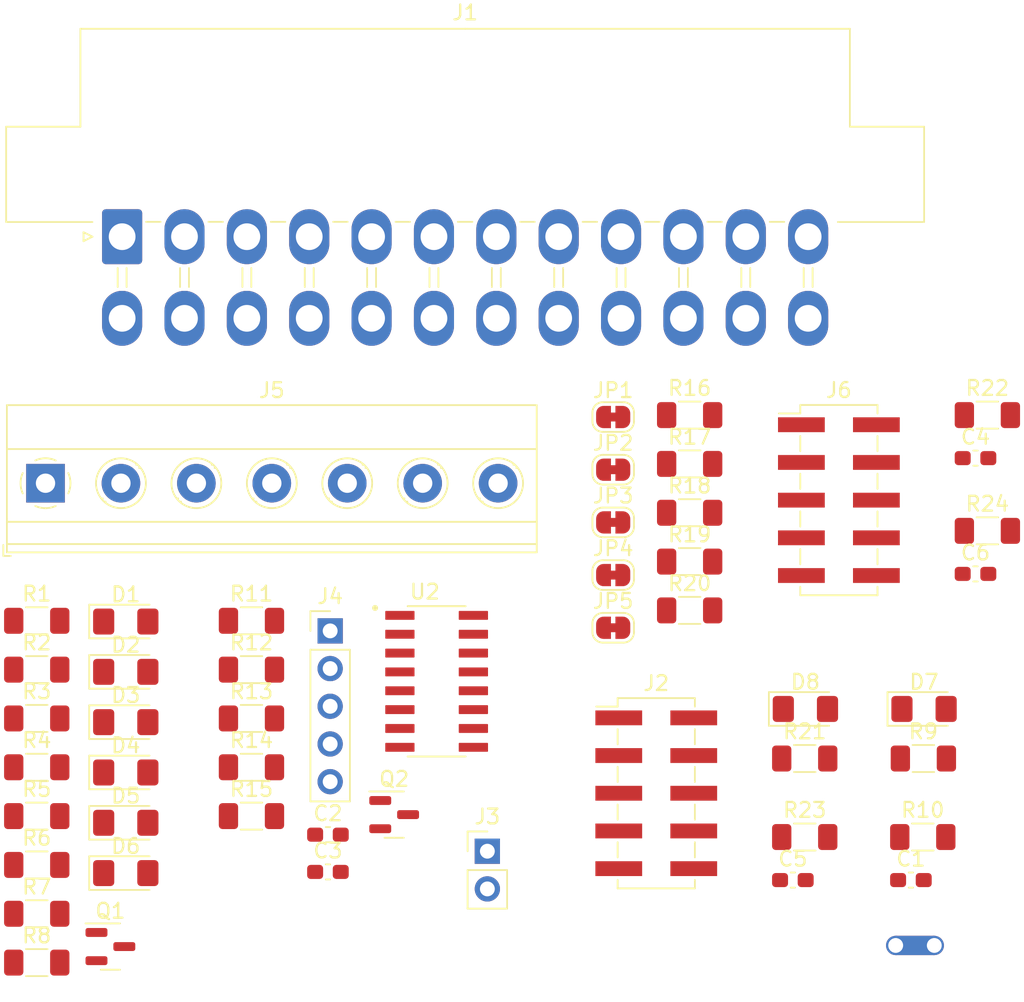
<source format=kicad_pcb>
(kicad_pcb (version 20221018) (generator pcbnew)
  (layers (0 "F.Cu" signal) (31 "B.Cu" signal) (34 "B.Paste" user) (35 "F.Paste" user) (36 "B.SilkS" user "B.Silkscreen") (37 "F.SilkS" user "F.Silkscreen") (38 "B.Mask" user) (39 "F.Mask" user) (44 "Edge.Cuts" user))
  (net 0 "")
  (net 1 "/Controller/SW_PWR")
  (net 2 "GND")
  (net 3 "+5VA")
  (net 4 "/Controller/SW_RESTART#")
  (net 5 "/Controller/SW_AUX")
  (net 6 "/Controller/SW_RUN{slash}HALT#")
  (net 7 "Net-(D1-K)")
  (net 8 "Net-(D1-A)")
  (net 9 "Net-(D2-A)")
  (net 10 "Net-(D3-K)")
  (net 11 "Net-(D4-A)")
  (net 12 "Net-(D5-A)")
  (net 13 "Net-(D6-A)")
  (net 14 "Net-(D7-A)")
  (net 15 "Net-(D8-A)")
  (net 16 "/+3V3")
  (net 17 "/+5V")
  (net 18 "/PWR_OK")
  (net 19 "/+5VSB")
  (net 20 "/+12V")
  (net 21 "/-12V")
  (net 22 "/PS_ON#")
  (net 24 "/BPOK_H")
  (net 25 "/BEVNT_L")
  (net 26 "/SRUN_L")
  (net 31 "/BHALT_L")
  (net 32 "/BDCOK_H")
  (net 34 "/Controller/D0{slash}RX_IN")
  (net 35 "/Controller/D1{slash}TX_OUT")
  (net 41 "Net-(JP1-A)")
  (net 42 "Net-(JP2-A)")
  (net 43 "Net-(JP3-A)")
  (net 44 "Net-(JP4-A)")
  (net 45 "Net-(JP5-A)")
  (net 46 "Net-(Q1-G)")
  (net 47 "Net-(Q2-G)")
  (net 48 "/Controller/ANN_PWR_OK")
  (net 49 "Net-(SW1-B)")
  (net 50 "/Controller/60HZ{slash}50HZ#")
  (net 51 "Net-(U1-D7)")
  (net 52 "/Controller/SRUN_L_IN")
  (net 53 "/Controller/ATX_PS_ON#_DRIVE_L")
  (net 54 "/Controller/ANN_SRUN")
  (net 55 "Net-(SW2-B)")
  (net 56 "Net-(SW3-B)")
  (net 57 "Net-(SW4-B)")
  (net 58 "/Controller/BEVNT_L_IN")
  (net 59 "/Controller/BEVNT_L_DRIVE_L")
  (net 60 "/Controller/BDCOK_H_DRIVE_L")
  (net 61 "/Controller/BDCOK_H_IN")
  (net 62 "/Controller/BHALT_L_IN")
  (net 63 "/Controller/BHALT_L_DRIVE_L")
  (net 64 "/Controller/XCVR_EN#")
  (net 65 "/Controller/BPOK_H_DRIVE_L")
  (net 66 "/Controller/BPOK_H_IN")
  (footprint "LED_SMD:LED_1206_3216Metric_Pad1.42x1.75mm_HandSolder" (layer "F.Cu") (at 189.429 103.318)
    (fp_text reference "D7" (at 0 -1.82) (layer "F.SilkS"))
    (fp_text value "LED")
    (pad "1" smd roundrect (at -1.4875 0) (size 1.425 1.75) (layers "F.Cu" "F.Paste" "F.Mask") (roundrect_rratio 0.175439) (net 2 "GND"))
    (pad "2" smd roundrect (at 1.4875 0) (size 1.425 1.75) (layers "F.Cu" "F.Paste" "F.Mask") (roundrect_rratio 0.175439) (net 14 "Net-(D7-A)"))
  )
  (footprint "LED_SMD:LED_1206_3216Metric_Pad1.42x1.75mm_HandSolder" (layer "F.Cu") (at 135.669 107.598)
    (fp_text reference "D4" (at 0 -1.82) (layer "F.SilkS"))
    (fp_text value "LED")
    (pad "1" smd roundrect (at -1.4875 0) (size 1.425 1.75) (layers "F.Cu" "F.Paste" "F.Mask") (roundrect_rratio 0.175439) (net 2 "GND"))
    (pad "2" smd roundrect (at 1.4875 0) (size 1.425 1.75) (layers "F.Cu" "F.Paste" "F.Mask") (roundrect_rratio 0.175439) (net 11 "Net-(D4-A)"))
  )
  (footprint "Jumper:SolderJumper-2_P1.3mm_Bridged_RoundedPad1.0x1.5mm" (layer "F.Cu") (at 168.494 94.298)
    (fp_text reference "JP4" (at 0 -1.8) (layer "F.SilkS"))
    (fp_text value "SolderJumper_2_Bridged")
    (fp_poly (pts (xy 0.25 -0.3) (xy -0.25 -0.3) (xy -0.25 0.3) (xy 0.25 0.3)) (fill solid) (layer "F.Cu"))
    (pad "1" smd custom (at -0.65 0) (size 1 0.5) (layers "F.Cu" "F.Mask") (net 44 "Net-(JP4-A)") (options (clearance outline) (anchor rect)) (primitives (gr_circle (center 0 0.25) (end 0.5 0.25) (width 0) (fill yes)) (gr_circle (center 0 -0.25) (end 0.5 -0.25) (width 0) (fill yes)) (gr_poly (pts (xy 0.5 0.75) (xy 0 0.75) (xy 0 -0.75) (xy 0.5 -0.75)) (width 0) (fill yes))))
    (pad "2" smd custom (at 0.65 0) (size 1 0.5) (layers "F.Cu" "F.Mask") (net 25 "/BEVNT_L") (options (clearance outline) (anchor rect)) (primitives (gr_circle (center 0 0.25) (end 0.5 0.25) (width 0) (fill yes)) (gr_circle (center 0 -0.25) (end 0.5 -0.25) (width 0) (fill yes)) (gr_poly (pts (xy 0 0.75) (xy -0.5 0.75) (xy -0.5 -0.75) (xy 0 -0.75)) (width 0) (fill yes))))
  )
  (footprint "Resistor_SMD:R_1206_3216Metric_Pad1.30x1.75mm_HandSolder" (layer "F.Cu") (at 144.134 100.668)
    (fp_text reference "R12" (at 0 -1.82) (layer "F.SilkS"))
    (fp_text value "22")
    (pad "1" smd roundrect (at -1.55 0) (size 1.3 1.75) (layers "F.Cu" "F.Paste" "F.Mask") (roundrect_rratio 0.192308) (net 18 "/PWR_OK"))
    (pad "2" smd roundrect (at 1.55 0) (size 1.3 1.75) (layers "F.Cu" "F.Paste" "F.Mask") (roundrect_rratio 0.192308) (net 51 "Net-(U1-D7)"))
  )
  (footprint "Resistor_SMD:R_1206_3216Metric_Pad1.30x1.75mm_HandSolder" (layer "F.Cu") (at 173.644 83.518)
    (fp_text reference "R16" (at 0 -1.82) (layer "F.SilkS"))
    (fp_text value "2K")
    (pad "1" smd roundrect (at -1.55 0) (size 1.3 1.75) (layers "F.Cu" "F.Paste" "F.Mask") (roundrect_rratio 0.192308) (net 41 "Net-(JP1-A)"))
    (pad "2" smd roundrect (at 1.55 0) (size 1.3 1.75) (layers "F.Cu" "F.Paste" "F.Mask") (roundrect_rratio 0.192308) (net 3 "+5VA"))
  )
  (footprint "Resistor_SMD:R_1206_3216Metric_Pad1.30x1.75mm_HandSolder" (layer "F.Cu") (at 144.134 107.248)
    (fp_text reference "R14" (at 0 -1.82) (layer "F.SilkS"))
    (fp_text value "22")
    (pad "1" smd roundrect (at -1.55 0) (size 1.3 1.75) (layers "F.Cu" "F.Paste" "F.Mask") (roundrect_rratio 0.192308) (net 53 "/Controller/ATX_PS_ON#_DRIVE_L"))
    (pad "2" smd roundrect (at 1.55 0) (size 1.3 1.75) (layers "F.Cu" "F.Paste" "F.Mask") (roundrect_rratio 0.192308) (net 47 "Net-(Q2-G)"))
  )
  (footprint "Resistor_SMD:R_1206_3216Metric_Pad1.30x1.75mm_HandSolder" (layer "F.Cu") (at 129.674 100.668)
    (fp_text reference "R2" (at 0 -1.82) (layer "F.SilkS"))
    (fp_text value "100K")
    (pad "1" smd roundrect (at -1.55 0) (size 1.3 1.75) (layers "F.Cu" "F.Paste" "F.Mask") (roundrect_rratio 0.192308) (net 46 "Net-(Q1-G)"))
    (pad "2" smd roundrect (at 1.55 0) (size 1.3 1.75) (layers "F.Cu" "F.Paste" "F.Mask") (roundrect_rratio 0.192308) (net 2 "GND"))
  )
  (footprint "Resistor_SMD:R_1206_3216Metric_Pad1.30x1.75mm_HandSolder" (layer "F.Cu") (at 144.134 97.378)
    (fp_text reference "R11" (at 0 -1.82) (layer "F.SilkS"))
    (fp_text value "10K")
    (pad "1" smd roundrect (at -1.55 0) (size 1.3 1.75) (layers "F.Cu" "F.Paste" "F.Mask") (roundrect_rratio 0.192308) (net 3 "+5VA"))
    (pad "2" smd roundrect (at 1.55 0) (size 1.3 1.75) (layers "F.Cu" "F.Paste" "F.Mask") (roundrect_rratio 0.192308) (net 50 "/Controller/60HZ{slash}50HZ#"))
  )
  (footprint "ch:SOIC127P600X175-16N" (layer "F.Cu") (at 156.604 101.458)
    (fp_text reference "U2" (at -0.795 -6.035) (layer "F.SilkS"))
    (fp_text value "AM26S10CDRG4")
    (pad "1" smd roundrect (at -2.475 -4.445) (size 1.97 0.6) (layers "F.Cu" "F.Paste" "F.Mask") (roundrect_rratio 0.07) (net 2 "GND"))
    (pad "2" smd roundrect (at -2.475 -3.175) (size 1.97 0.6) (layers "F.Cu" "F.Paste" "F.Mask") (roundrect_rratio 0.07) (net 25 "/BEVNT_L"))
    (pad "3" smd roundrect (at -2.475 -1.905) (size 1.97 0.6) (layers "F.Cu" "F.Paste" "F.Mask") (roundrect_rratio 0.07) (net 58 "/Controller/BEVNT_L_IN"))
    (pad "4" smd roundrect (at -2.475 -0.635) (size 1.97 0.6) (layers "F.Cu" "F.Paste" "F.Mask") (roundrect_rratio 0.07) (net 59 "/Controller/BEVNT_L_DRIVE_L"))
    (pad "5" smd roundrect (at -2.475 0.635) (size 1.97 0.6) (layers "F.Cu" "F.Paste" "F.Mask") (roundrect_rratio 0.07) (net 60 "/Controller/BDCOK_H_DRIVE_L"))
    (pad "6" smd roundrect (at -2.475 1.905) (size 1.97 0.6) (layers "F.Cu" "F.Paste" "F.Mask") (roundrect_rratio 0.07) (net 61 "/Controller/BDCOK_H_IN"))
    (pad "7" smd roundrect (at -2.475 3.175) (size 1.97 0.6) (layers "F.Cu" "F.Paste" "F.Mask") (roundrect_rratio 0.07) (net 32 "/BDCOK_H"))
    (pad "8" smd roundrect (at -2.475 4.445) (size 1.97 0.6) (layers "F.Cu" "F.Paste" "F.Mask") (roundrect_rratio 0.07) (net 2 "GND"))
    (pad "9" smd roundrect (at 2.475 4.445) (size 1.97 0.6) (layers "F.Cu" "F.Paste" "F.Mask") (roundrect_rratio 0.07) (net 31 "/BHALT_L"))
    (pad "10" smd roundrect (at 2.475 3.175) (size 1.97 0.6) (layers "F.Cu" "F.Paste" "F.Mask") (roundrect_rratio 0.07) (net 62 "/Controller/BHALT_L_IN"))
    (pad "11" smd roundrect (at 2.475 1.905) (size 1.97 0.6) (layers "F.Cu" "F.Paste" "F.Mask") (roundrect_rratio 0.07) (net 63 "/Controller/BHALT_L_DRIVE_L"))
    (pad "12" smd roundrect (at 2.475 0.635) (size 1.97 0.6) (layers "F.Cu" "F.Paste" "F.Mask") (roundrect_rratio 0.07) (net 64 "/Controller/XCVR_EN#"))
    (pad "13" smd roundrect (at 2.475 -0.635) (size 1.97 0.6) (layers "F.Cu" "F.Paste" "F.Mask") (roundrect_rratio 0.07) (net 65 "/Controller/BPOK_H_DRIVE_L"))
    (pad "14" smd roundrect (at 2.475 -1.905) (size 1.97 0.6) (layers "F.Cu" "F.Paste" "F.Mask") (roundrect_rratio 0.07) (net 66 "/Controller/BPOK_H_IN"))
    (pad "15" smd roundrect (at 2.475 -3.175) (size 1.97 0.6) (layers "F.Cu" "F.Paste" "F.Mask") (roundrect_rratio 0.07) (net 24 "/BPOK_H"))
    (pad "16" smd roundrect (at 2.475 -4.445) (size 1.97 0.6) (layers "F.Cu" "F.Paste" "F.Mask") (roundrect_rratio 0.07) (net 3 "+5VA"))
  )
  (footprint "LED_SMD:LED_1206_3216Metric_Pad1.42x1.75mm_HandSolder" (layer "F.Cu") (at 135.669 114.378)
    (fp_text reference "D6" (at 0 -1.82) (layer "F.SilkS"))
    (fp_text value "LED")
    (pad "1" smd roundrect (at -1.4875 0) (size 1.425 1.75) (layers "F.Cu" "F.Paste" "F.Mask") (roundrect_rratio 0.175439) (net 2 "GND"))
    (pad "2" smd roundrect (at 1.4875 0) (size 1.425 1.75) (layers "F.Cu" "F.Paste" "F.Mask") (roundrect_rratio 0.175439) (net 13 "Net-(D6-A)"))
  )
  (footprint "Resistor_SMD:R_1206_3216Metric_Pad1.30x1.75mm_HandSolder" (layer "F.Cu") (at 129.674 120.408)
    (fp_text reference "R8" (at 0 -1.82) (layer "F.SilkS"))
    (fp_text value "R")
    (pad "1" smd roundrect (at -1.55 0) (size 1.3 1.75) (layers "F.Cu" "F.Paste" "F.Mask") (roundrect_rratio 0.192308) (net 17 "/+5V"))
    (pad "2" smd roundrect (at 1.55 0) (size 1.3 1.75) (layers "F.Cu" "F.Paste" "F.Mask") (roundrect_rratio 0.192308) (net 13 "Net-(D6-A)"))
  )
  (footprint "Jumper:SolderJumper-2_P1.3mm_Bridged_RoundedPad1.0x1.5mm" (layer "F.Cu") (at 168.494 90.748)
    (fp_text reference "JP3" (at 0 -1.8) (layer "F.SilkS"))
    (fp_text value "SolderJumper_2_Bridged")
    (fp_poly (pts (xy 0.25 -0.3) (xy -0.25 -0.3) (xy -0.25 0.3) (xy 0.25 0.3)) (fill solid) (layer "F.Cu"))
    (pad "1" smd custom (at -0.65 0) (size 1 0.5) (layers "F.Cu" "F.Mask") (net 43 "Net-(JP3-A)") (options (clearance outline) (anchor rect)) (primitives (gr_circle (center 0 0.25) (end 0.5 0.25) (width 0) (fill yes)) (gr_circle (center 0 -0.25) (end 0.5 -0.25) (width 0) (fill yes)) (gr_poly (pts (xy 0.5 0.75) (xy 0 0.75) (xy 0 -0.75) (xy 0.5 -0.75)) (width 0) (fill yes))))
    (pad "2" smd custom (at 0.65 0) (size 1 0.5) (layers "F.Cu" "F.Mask") (net 32 "/BDCOK_H") (options (clearance outline) (anchor rect)) (primitives (gr_circle (center 0 0.25) (end 0.5 0.25) (width 0) (fill yes)) (gr_circle (center 0 -0.25) (end 0.5 -0.25) (width 0) (fill yes)) (gr_poly (pts (xy 0 0.75) (xy -0.5 0.75) (xy -0.5 -0.75) (xy 0 -0.75)) (width 0) (fill yes))))
  )
  (footprint "Resistor_SMD:R_1206_3216Metric_Pad1.30x1.75mm_HandSolder" (layer "F.Cu") (at 181.394 111.948)
    (fp_text reference "R23" (at 0 -1.82) (layer "F.SilkS"))
    (fp_text value "10K")
    (pad "1" smd roundrect (at -1.55 0) (size 1.3 1.75) (layers "F.Cu" "F.Paste" "F.Mask") (roundrect_rratio 0.192308) (net 56 "Net-(SW3-B)"))
    (pad "2" smd roundrect (at 1.55 0) (size 1.3 1.75) (layers "F.Cu" "F.Paste" "F.Mask") (roundrect_rratio 0.192308) (net 5 "/Controller/SW_AUX"))
  )
  (footprint "Resistor_SMD:R_1206_3216Metric_Pad1.30x1.75mm_HandSolder" (layer "F.Cu") (at 173.644 86.808)
    (fp_text reference "R17" (at 0 -1.82) (layer "F.SilkS"))
    (fp_text value "2K")
    (pad "1" smd roundrect (at -1.55 0) (size 1.3 1.75) (layers "F.Cu" "F.Paste" "F.Mask") (roundrect_rratio 0.192308) (net 42 "Net-(JP2-A)"))
    (pad "2" smd roundrect (at 1.55 0) (size 1.3 1.75) (layers "F.Cu" "F.Paste" "F.Mask") (roundrect_rratio 0.192308) (net 3 "+5VA"))
  )
  (footprint "TerminalBlock_Phoenix:TerminalBlock_Phoenix_MKDS-1,5-7-5.08_1x07_P5.08mm_Horizontal" (layer "F.Cu") (at 130.264 88.108)
    (fp_text reference "J5" (at 15.24 -6.26) (layer "F.SilkS"))
    (fp_text value "Screw_Terminal_01x07")
    (pad "1" thru_hole rect (at 0 0) (size 2.6 2.6) (drill 1.3) (layers "*.Cu" "*.Mask") (net 17 "/+5V"))
    (pad "2" thru_hole circle (at 5.08 0) (size 2.6 2.6) (drill 1.3) (layers "*.Cu" "*.Mask") (net 17 "/+5V"))
    (pad "3" thru_hole circle (at 10.16 0) (size 2.6 2.6) (drill 1.3) (layers "*.Cu" "*.Mask") (net 20 "/+12V"))
    (pad "4" thru_hole circle (at 15.24 0) (size 2.6 2.6) (drill 1.3) (layers "*.Cu" "*.Mask") (net 20 "/+12V"))
    (pad "5" thru_hole circle (at 20.32 0) (size 2.6 2.6) (drill 1.3) (layers "*.Cu" "*.Mask") (net 21 "/-12V"))
    (pad "6" thru_hole circle (at 25.4 0) (size 2.6 2.6) (drill 1.3) (layers "*.Cu" "*.Mask") (net 2 "GND"))
    (pad "7" thru_hole circle (at 30.48 0) (size 2.6 2.6) (drill 1.3) (layers "*.Cu" "*.Mask") (net 2 "GND"))
  )
  (footprint "Connector_PinHeader_2.54mm:PinHeader_2x05_P2.54mm_Vertical_SMD" (layer "F.Cu") (at 183.694 89.248)
    (fp_text reference "J6" (at 0 -7.41) (layer "F.SilkS"))
    (fp_text value "Conn_02x05_Odd_Even")
    (pad "1" smd rect (at -2.525 -5.08) (size 3.15 1) (layers "F.Cu" "F.Paste" "F.Mask") (net 24 "/BPOK_H"))
    (pad "2" smd rect (at 2.525 -5.08) (size 3.15 1) (layers "F.Cu" "F.Paste" "F.Mask") (net 25 "/BEVNT_L"))
    (pad "3" smd rect (at -2.525 -2.54) (size 3.15 1) (layers "F.Cu" "F.Paste" "F.Mask") (net 26 "/SRUN_L"))
    (pad "4" smd rect (at 2.525 -2.54) (size 3.15 1) (layers "F.Cu" "F.Paste" "F.Mask"))
    (pad "5" smd rect (at -2.525 0) (size 3.15 1) (layers "F.Cu" "F.Paste" "F.Mask") (net 2 "GND"))
    (pad "6" smd rect (at 2.525 0) (size 3.15 1) (layers "F.Cu" "F.Paste" "F.Mask"))
    (pad "7" smd rect (at -2.525 2.54) (size 3.15 1) (layers "F.Cu" "F.Paste" "F.Mask"))
    (pad "8" smd rect (at 2.525 2.54) (size 3.15 1) (layers "F.Cu" "F.Paste" "F.Mask"))
    (pad "9" smd rect (at -2.525 5.08) (size 3.15 1) (layers "F.Cu" "F.Paste" "F.Mask") (net 31 "/BHALT_L"))
    (pad "10" smd rect (at 2.525 5.08) (size 3.15 1) (layers "F.Cu" "F.Paste" "F.Mask") (net 32 "/BDCOK_H"))
  )
  (footprint "Package_TO_SOT_SMD:SOT-23" (layer "F.Cu") (at 153.744 110.438)
    (fp_text reference "Q2" (at 0 -2.4) (layer "F.SilkS"))
    (fp_text value "2N7002")
    (pad "1" smd roundrect (at -0.9375 -0.95) (size 1.475 0.6) (layers "F.Cu" "F.Paste" "F.Mask") (net 47 "Net-(Q2-G)"))
    (pad "2" smd roundrect (at -0.9375 0.95) (size 1.475 0.6) (layers "F.Cu" "F.Paste" "F.Mask") (net 2 "GND"))
    (pad "3" smd roundrect (at 0.9375 0) (size 1.475 0.6) (layers "F.Cu" "F.Paste" "F.Mask") (net 22 "/PS_ON#"))
  )
  (footprint "Capacitor_SMD:C_0603_1608Metric_Pad1.08x0.95mm_HandSolder" (layer "F.Cu") (at 192.894 86.418)
    (fp_text reference "C4" (at 0 -1.43) (layer "F.SilkS"))
    (fp_text value "1u")
    (pad "1" smd roundrect (at -0.8625 0) (size 1.075 0.95) (layers "F.Cu" "F.Paste" "F.Mask") (net 4 "/Controller/SW_RESTART#"))
    (pad "2" smd roundrect (at 0.8625 0) (size 1.075 0.95) (layers "F.Cu" "F.Paste" "F.Mask") (net 2 "GND"))
  )
  (footprint "LED_SMD:LED_1206_3216Metric_Pad1.42x1.75mm_HandSolder" (layer "F.Cu") (at 181.439 103.318)
    (fp_text reference "D8" (at 0 -1.82) (layer "F.SilkS"))
    (fp_text value "LED")
    (pad "1" smd roundrect (at -1.4875 0) (size 1.425 1.75) (layers "F.Cu" "F.Paste" "F.Mask") (roundrect_rratio 0.175439) (net 2 "GND"))
    (pad "2" smd roundrect (at 1.4875 0) (size 1.425 1.75) (layers "F.Cu" "F.Paste" "F.Mask") (roundrect_rratio 0.175439) (net 15 "Net-(D8-A)"))
  )
  (footprint "Capacitor_SMD:C_0603_1608Metric_Pad1.08x0.95mm_HandSolder" (layer "F.Cu") (at 188.544 114.848)
    (fp_text reference "C1" (at 0 -1.43) (layer "F.SilkS"))
    (fp_text value "1u")
    (pad "1" smd roundrect (at -0.8625 0) (size 1.075 0.95) (layers "F.Cu" "F.Paste" "F.Mask") (net 1 "/Controller/SW_PWR"))
    (pad "2" smd roundrect (at 0.8625 0) (size 1.075 0.95) (layers "F.Cu" "F.Paste" "F.Mask") (net 2 "GND"))
  )
  (footprint "Connector_PinHeader_2.54mm:PinHeader_1x02_P2.54mm_Vertical" (layer "F.Cu") (at 160.02 112.903)
    (fp_text reference "J3" (at 0 -2.33) (layer "F.SilkS"))
    (fp_text value "Conn_01x02")
    (pad "1" thru_hole rect (at 0 0) (size 1.7 1.7) (drill 1) (layers "*.Cu" "*.Mask") (net 2 "GND"))
    (pad "2" thru_hole oval (at 0 2.54) (size 1.7 1.7) (drill 1) (layers "*.Cu" "*.Mask") (net 50 "/Controller/60HZ{slash}50HZ#"))
  )
  (footprint "Capacitor_SMD:C_0603_1608Metric_Pad1.08x0.95mm_HandSolder" (layer "F.Cu") (at 149.284 111.788)
    (fp_text reference "C2" (at 0 -1.43) (layer "F.SilkS"))
    (fp_text value "0.01u")
    (pad "1" smd roundrect (at -0.8625 0) (size 1.075 0.95) (layers "F.Cu" "F.Paste" "F.Mask") (net 3 "+5VA"))
    (pad "2" smd roundrect (at 0.8625 0) (size 1.075 0.95) (layers "F.Cu" "F.Paste" "F.Mask") (net 2 "GND"))
  )
  (footprint "Resistor_SMD:R_1206_3216Metric_Pad1.30x1.75mm_HandSolder" (layer "F.Cu") (at 144.134 103.958)
    (fp_text reference "R13" (at 0 -1.82) (layer "F.SilkS"))
    (fp_text value "22")
    (pad "1" smd roundrect (at -1.55 0) (size 1.3 1.75) (layers "F.Cu" "F.Paste" "F.Mask") (roundrect_rratio 0.192308) (net 52 "/Controller/SRUN_L_IN"))
    (pad "2" smd roundrect (at 1.55 0) (size 1.3 1.75) (layers "F.Cu" "F.Paste" "F.Mask") (roundrect_rratio 0.192308) (net 26 "/SRUN_L"))
  )
  (footprint "Resistor_SMD:R_1206_3216Metric_Pad1.30x1.75mm_HandSolder" (layer "F.Cu") (at 189.344 111.948)
    (fp_text reference "R10" (at 0 -1.82) (layer "F.SilkS"))
    (fp_text value "10K")
    (pad "1" smd roundrect (at -1.55 0) (size 1.3 1.75) (layers "F.Cu" "F.Paste" "F.Mask") (roundrect_rratio 0.192308) (net 49 "Net-(SW1-B)"))
    (pad "2" smd roundrect (at 1.55 0) (size 1.3 1.75) (layers "F.Cu" "F.Paste" "F.Mask") (roundrect_rratio 0.192308) (net 1 "/Controller/SW_PWR"))
  )
  (footprint "Connector_PinHeader_2.54mm:PinHeader_1x05_P2.54mm_Vertical" (layer "F.Cu") (at 149.434 98.058)
    (fp_text reference "J4" (at 0 -2.33) (layer "F.SilkS"))
    (fp_text value "Conn_01x05_Pin")
    (pad "1" thru_hole rect (at 0 0) (size 1.7 1.7) (drill 1) (layers "*.Cu" "*.Mask") (net 2 "GND"))
    (pad "2" thru_hole oval (at 0 2.54) (size 1.7 1.7) (drill 1) (layers "*.Cu" "*.Mask"))
    (pad "3" thru_hole oval (at 0 5.08) (size 1.7 1.7) (drill 1) (layers "*.Cu" "*.Mask") (net 34 "/Controller/D0{slash}RX_IN"))
    (pad "4" thru_hole oval (at 0 7.62) (size 1.7 1.7) (drill 1) (layers "*.Cu" "*.Mask") (net 35 "/Controller/D1{slash}TX_OUT"))
    (pad "5" thru_hole oval (at 0 10.16) (size 1.7 1.7) (drill 1) (layers "*.Cu" "*.Mask"))
  )
  (footprint "Resistor_SMD:R_1206_3216Metric_Pad1.30x1.75mm_HandSolder" (layer "F.Cu") (at 173.644 96.678)
    (fp_text reference "R20" (at 0 -1.82) (layer "F.SilkS"))
    (fp_text value "2K")
    (pad "1" smd roundrect (at -1.55 0) (size 1.3 1.75) (layers "F.Cu" "F.Paste" "F.Mask") (roundrect_rratio 0.192308) (net 45 "Net-(JP5-A)"))
    (pad "2" smd roundrect (at 1.55 0) (size 1.3 1.75) (layers "F.Cu" "F.Paste" "F.Mask") (roundrect_rratio 0.192308) (net 3 "+5VA"))
  )
  (footprint "Resistor_SMD:R_1206_3216Metric_Pad1.30x1.75mm_HandSolder" (layer "F.Cu") (at 129.674 97.378)
    (fp_text reference "R1" (at 0 -1.82) (layer "F.SilkS"))
    (fp_text value "22")
    (pad "1" smd roundrect (at -1.55 0) (size 1.3 1.75) (layers "F.Cu" "F.Paste" "F.Mask") (roundrect_rratio 0.192308) (net 18 "/PWR_OK"))
    (pad "2" smd roundrect (at 1.55 0) (size 1.3 1.75) (layers "F.Cu" "F.Paste" "F.Mask") (roundrect_rratio 0.192308) (net 46 "Net-(Q1-G)"))
  )
  (footprint "Resistor_SMD:R_1206_3216Metric_Pad1.30x1.75mm_HandSolder" (layer "F.Cu") (at 129.674 110.538)
    (fp_text reference "R5" (at 0 -1.82) (layer "F.SilkS"))
    (fp_text value "R")
    (pad "1" smd roundrect (at -1.55 0) (size 1.3 1.75) (layers "F.Cu" "F.Paste" "F.Mask") (roundrect_rratio 0.192308) (net 21 "/-12V"))
    (pad "2" smd roundrect (at 1.55 0) (size 1.3 1.75) (layers "F.Cu" "F.Paste" "F.Mask") (roundrect_rratio 0.192308) (net 10 "Net-(D3-K)"))
  )
  (footprint "Resistor_SMD:R_1206_3216Metric_Pad1.30x1.75mm_HandSolder" (layer "F.Cu") (at 181.394 106.658)
    (fp_text reference "R21" (at 0 -1.82) (layer "F.SilkS"))
    (fp_text value "1K")
    (pad "1" smd roundrect (at -1.55 0) (size 1.3 1.75) (layers "F.Cu" "F.Paste" "F.Mask") (roundrect_rratio 0.192308) (net 54 "/Controller/ANN_SRUN"))
    (pad "2" smd roundrect (at 1.55 0) (size 1.3 1.75) (layers "F.Cu" "F.Paste" "F.Mask") (roundrect_rratio 0.192308) (net 15 "Net-(D8-A)"))
  )
  (footprint "Resistor_SMD:R_1206_3216Metric_Pad1.30x1.75mm_HandSolder" (layer "F.Cu") (at 129.674 117.118)
    (fp_text reference "R7" (at 0 -1.82) (layer "F.SilkS"))
    (fp_text value "R")
    (pad "1" smd roundrect (at -1.55 0) (size 1.3 1.75) (layers "F.Cu" "F.Paste" "F.Mask") (roundrect_rratio 0.192308) (net 16 "/+3V3"))
    (pad "2" smd roundrect (at 1.55 0) (size 1.3 1.75) (layers "F.Cu" "F.Paste" "F.Mask") (roundrect_rratio 0.192308) (net 12 "Net-(D5-A)"))
  )
  (footprint "LED_SMD:LED_1206_3216Metric_Pad1.42x1.75mm_HandSolder" (layer "F.Cu") (at 135.669 110.988)
    (fp_text reference "D5" (at 0 -1.82) (layer "F.SilkS"))
    (fp_text value "LED")
    (pad "1" smd roundrect (at -1.4875 0) (size 1.425 1.75) (layers "F.Cu" "F.Paste" "F.Mask") (roundrect_rratio 0.175439) (net 2 "GND"))
    (pad "2" smd roundrect (at 1.4875 0) (size 1.425 1.75) (layers "F.Cu" "F.Paste" "F.Mask") (roundrect_rratio 0.175439) (net 12 "Net-(D5-A)"))
  )
  (footprint "NetTie:NetTie-2_THT_Pad1.0mm" (layer "F.Cu") (at 187.519 119.253)
    (fp_text reference "NT1" hide)
    (fp_text value "NetTie_2" hide)
    (fp_poly (pts (xy 0 -0.65) (xy 2.6 -0.65) (xy 2.6 0.65) (xy 0 0.65)) (fill solid) (layer "F.Cu"))
    (fp_poly (pts (xy 0 -0.65) (xy 2.6 -0.65) (xy 2.6 0.65) (xy 0 0.65)) (fill solid) (layer "B.Cu"))
    (pad "1" thru_hole circle (at 0 0) (size 1.3 1.3) (drill 1) (layers "*.Cu") (net 19 "/+5VSB"))
    (pad "2" thru_hole circle (at 2.6 0) (size 1.3 1.3) (drill 1) (layers "*.Cu") (net 3 "+5VA"))
  )
  (footprint "Resistor_SMD:R_1206_3216Metric_Pad1.30x1.75mm_HandSolder" (layer "F.Cu") (at 189.384 106.658)
    (fp_text reference "R9" (at 0 -1.82) (layer "F.SilkS"))
    (fp_text value "1K")
    (pad "1" smd roundrect (at -1.55 0) (size 1.3 1.75) (layers "F.Cu" "F.Paste" "F.Mask") (roundrect_rratio 0.192308) (net 48 "/Controller/ANN_PWR_OK"))
    (pad "2" smd roundrect (at 1.55 0) (size 1.3 1.75) (layers "F.Cu" "F.Paste" "F.Mask") (roundrect_rratio 0.192308) (net 14 "Net-(D7-A)"))
  )
  (footprint "LED_SMD:LED_1206_3216Metric_Pad1.42x1.75mm_HandSolder" (layer "F.Cu") (at 135.669 97.428)
    (fp_text reference "D1" (at 0 -1.82) (layer "F.SilkS"))
    (fp_text value "LED")
    (pad "1" smd roundrect (at -1.4875 0) (size 1.425 1.75) (layers "F.Cu" "F.Paste" "F.Mask") (roundrect_rratio 0.175439) (net 7 "Net-(D1-K)"))
    (pad "2" smd roundrect (at 1.4875 0) (size 1.425 1.75) (layers "F.Cu" "F.Paste" "F.Mask") (roundrect_rratio 0.175439) (net 8 "Net-(D1-A)"))
  )
  (footprint "Resistor_SMD:R_1206_3216Metric_Pad1.30x1.75mm_HandSolder" (layer "F.Cu") (at 173.644 93.388)
    (fp_text reference "R19" (at 0 -1.82) (layer "F.SilkS"))
    (fp_text value "2K")
    (pad "1" smd roundrect (at -1.55 0) (size 1.3 1.75) (layers "F.Cu" "F.Paste" "F.Mask") (roundrect_rratio 0.192308) (net 44 "Net-(JP4-A)"))
    (pad "2" smd roundrect (at 1.55 0) (size 1.3 1.75) (layers "F.Cu" "F.Paste" "F.Mask") (roundrect_rratio 0.192308) (net 3 "+5VA"))
  )
  (footprint "Connector_Molex:Molex_Mini-Fit_Jr_5569-24A1_2x12_P4.20mm_Horizontal" (layer "F.Cu") (at 135.424 71.498)
    (fp_text reference "J1" (at 23.1 -15.1) (layer "F.SilkS"))
    (fp_text value "ATX-24")
    (pad "" np_thru_hole circle (at -4.5 -4.2) (size 3.2 3.2) (drill 3.2) (layers "*.Cu" "*.Mask"))
    (pad "" np_thru_hole circle (at 50.7 -4.2) (size 3.2 3.2) (drill 3.2) (layers "*.Cu" "*.Mask"))
    (pad "1" thru_hole roundrect (at 0 0) (size 2.7 3.7) (drill 1.8) (layers "*.Cu" "*.Mask") (roundrect_rratio 0.092593) (net 16 "/+3V3"))
    (pad "2" thru_hole oval (at 4.2 0) (size 2.7 3.7) (drill 1.8) (layers "*.Cu" "*.Mask") (net 16 "/+3V3"))
    (pad "3" thru_hole oval (at 8.4 0) (size 2.7 3.7) (drill 1.8) (layers "*.Cu" "*.Mask") (net 2 "GND"))
    (pad "4" thru_hole oval (at 12.6 0) (size 2.7 3.7) (drill 1.8) (layers "*.Cu" "*.Mask") (net 17 "/+5V"))
    (pad "5" thru_hole oval (at 16.8 0) (size 2.7 3.7) (drill 1.8) (layers "*.Cu" "*.Mask") (net 2 "GND"))
    (pad "6" thru_hole oval (at 21 0) (size 2.7 3.7) (drill 1.8) (layers "*.Cu" "*.Mask") (net 17 "/+5V"))
    (pad "7" thru_hole oval (at 25.2 0) (size 2.7 3.7) (drill 1.8) (layers "*.Cu" "*.Mask") (net 2 "GND"))
    (pad "8" thru_hole oval (at 29.4 0) (size 2.7 3.7) (drill 1.8) (layers "*.Cu" "*.Mask") (net 18 "/PWR_OK"))
    (pad "9" thru_hole oval (at 33.6 0) (size 2.7 3.7) (drill 1.8) (layers "*.Cu" "*.Mask") (net 19 "/+5VSB"))
    (pad "10" thru_hole oval (at 37.8 0) (size 2.7 3.7) (drill 1.8) (layers "*.Cu" "*.Mask") (net 20 "/+12V"))
    (pad "11" thru_hole oval (at 42 0) (size 2.7 3.7) (drill 1.8) (layers "*.Cu" "*.Mask") (net 20 "/+12V"))
    (pad "12" thru_hole oval (at 46.2 0) (size 2.7 3.7) (drill 1.8) (layers "*.Cu" "*.Mask") (net 16 "/+3V3"))
    (pad "13" thru_hole oval (at 0 5.5) (size 2.7 3.7) (drill 1.8) (layers "*.Cu" "*.Mask") (net 16 "/+3V3"))
    (pad "14" thru_hole oval (at 4.2 5.5) (size 2.7 3.7) (drill 1.8) (layers "*.Cu" "*.Mask") (net 21 "/-12V"))
    (pad "15" thru_hole oval (at 8.4 5.5) (size 2.7 3.7) (drill 1.8) (layers "*.Cu" "*.Mask") (net 2 "GND"))
    (pad "16" thru_hole oval (at 12.6 5.5) (size 2.7 3.7) (drill 1.8) (layers "*.Cu" "*.Mask") (net 22 "/PS_ON#"))
    (pad "17" thru_hole oval (at 16.8 5.5) (size 2.7 3.7) (drill 1.8) (layers "*.Cu" "*.Mask") (net 2 "GND"))
    (pad "18" thru_hole oval (at 21 5.5) (size 2.7 3.7) (drill 1.8) (layers "*.Cu" "*.Mask") (net 2 "GND"))
    (pad "19" thru_hole oval (at 25.2 5.5) (size 2.7 3.7) (drill 1.8) (layers "*.Cu" "*.Mask") (net 2 "GND"))
    (pad "20" thru_hole oval (at 29.4 5.5) (size 2.7 3.7) (drill 1.8) (layers "*.Cu" "*.Mask"))
    (pad "21" thru_hole oval (at 33.6 5.5) (size 2.7 3.7) (drill 1.8) (layers "*.Cu" "*.Mask") (net 17 "/+5V"))
    (pad "22" thru_hole oval (at 37.8 5.5) (size 2.7 3.7) (drill 1.8) (layers "*.Cu" "*.Mask") (net 17 "/+5V"))
    (pad "23" thru_hole oval (at 42 5.5) (size 2.7 3.7) (drill 1.8) (layers "*.Cu" "*.Mask") (net 17 "/+5V"))
    (pad "24" thru_hole oval (at 46.2 5.5) (size 2.7 3.7) (drill 1.8) (layers "*.Cu" "*.Mask") (net 2 "GND"))
  )
  (footprint "Resistor_SMD:R_1206_3216Metric_Pad1.30x1.75mm_HandSolder" (layer "F.Cu") (at 129.674 107.248)
    (fp_text reference "R4" (at 0 -1.82) (layer "F.SilkS"))
    (fp_text value "R")
    (pad "1" smd roundrect (at -1.55 0) (size 1.3 1.75) (layers "F.Cu" "F.Paste" "F.Mask") (roundrect_rratio 0.192308) (net 19 "/+5VSB"))
    (pad "2" smd roundrect (at 1.55 0) (size 1.3 1.75) (layers "F.Cu" "F.Paste" "F.Mask") (roundrect_rratio 0.192308) (net 9 "Net-(D2-A)"))
  )
  (footprint "Resistor_SMD:R_1206_3216Metric_Pad1.30x1.75mm_HandSolder" (layer "F.Cu") (at 144.134 110.538)
    (fp_text reference "R15" (at 0 -1.82) (layer "F.SilkS"))
    (fp_text value "100K")
    (pad "1" smd roundrect (at -1.55 0) (size 1.3 1.75) (layers "F.Cu" "F.Paste" "F.Mask") (roundrect_rratio 0.192308) (net 47 "Net-(Q2-G)"))
    (pad "2" smd roundrect (at 1.55 0) (size 1.3 1.75) (layers "F.Cu" "F.Paste" "F.Mask") (roundrect_rratio 0.192308) (net 2 "GND"))
  )
  (footprint "Capacitor_SMD:C_0603_1608Metric_Pad1.08x0.95mm_HandSolder" (layer "F.Cu") (at 180.594 114.848)
    (fp_text reference "C5" (at 0 -1.43) (layer "F.SilkS"))
    (fp_text value "1u")
    (pad "1" smd roundrect (at -0.8625 0) (size 1.075 0.95) (layers "F.Cu" "F.Paste" "F.Mask") (net 5 "/Controller/SW_AUX"))
    (pad "2" smd roundrect (at 0.8625 0) (size 1.075 0.95) (layers "F.Cu" "F.Paste" "F.Mask") (net 2 "GND"))
  )
  (footprint "Capacitor_SMD:C_0603_1608Metric_Pad1.08x0.95mm_HandSolder" (layer "F.Cu") (at 149.284 114.298)
    (fp_text reference "C3" (at 0 -1.43) (layer "F.SilkS"))
    (fp_text value "1u")
    (pad "1" smd roundrect (at -0.8625 0) (size 1.075 0.95) (layers "F.Cu" "F.Paste" "F.Mask") (net 3 "+5VA"))
    (pad "2" smd roundrect (at 0.8625 0) (size 1.075 0.95) (layers "F.Cu" "F.Paste" "F.Mask") (net 2 "GND"))
  )
  (footprint "Package_TO_SOT_SMD:SOT-23" (layer "F.Cu") (at 134.634 119.328)
    (fp_text reference "Q1" (at 0 -2.4) (layer "F.SilkS"))
    (fp_text value "2N7002")
    (pad "1" smd roundrect (at -0.9375 -0.95) (size 1.475 0.6) (layers "F.Cu" "F.Paste" "F.Mask") (net 46 "Net-(Q1-G)"))
    (pad "2" smd roundrect (at -0.9375 0.95) (size 1.475 0.6) (layers "F.Cu" "F.Paste" "F.Mask") (net 2 "GND"))
    (pad "3" smd roundrect (at 0.9375 0) (size 1.475 0.6) (layers "F.Cu" "F.Paste" "F.Mask") (net 7 "Net-(D1-K)"))
  )
  (footprint "Resistor_SMD:R_1206_3216Metric_Pad1.30x1.75mm_HandSolder" (layer "F.Cu") (at 129.674 103.958)
    (fp_text reference "R3" (at 0 -1.82) (layer "F.SilkS"))
    (fp_text value "R")
    (pad "1" smd roundrect (at -1.55 0) (size 1.3 1.75) (layers "F.Cu" "F.Paste" "F.Mask") (roundrect_rratio 0.192308) (net 19 "/+5VSB"))
    (pad "2" smd roundrect (at 1.55 0) (size 1.3 1.75) (layers "F.Cu" "F.Paste" "F.Mask") (roundrect_rratio 0.192308) (net 8 "Net-(D1-A)"))
  )
  (footprint "Resistor_SMD:R_1206_3216Metric_Pad1.30x1.75mm_HandSolder" (layer "F.Cu") (at 173.644 90.098)
    (fp_text reference "R18" (at 0 -1.82) (layer "F.SilkS"))
    (fp_text value "2K")
    (pad "1" smd roundrect (at -1.55 0) (size 1.3 1.75) (layers "F.Cu" "F.Paste" "F.Mask") (roundrect_rratio 0.192308) (net 43 "Net-(JP3-A)"))
    (pad "2" smd roundrect (at 1.55 0) (size 1.3 1.75) (layers "F.Cu" "F.Paste" "F.Mask") (roundrect_rratio 0.192308) (net 3 "+5VA"))
  )
  (footprint "Jumper:SolderJumper-2_P1.3mm_Bridged_RoundedPad1.0x1.5mm" (layer "F.Cu") (at 168.494 83.648)
    (fp_text reference "JP1" (at 0 -1.8) (layer "F.SilkS"))
    (fp_text value "SolderJumper_2_Bridged")
    (fp_poly (pts (xy 0.25 -0.3) (xy -0.25 -0.3) (xy -0.25 0.3) (xy 0.25 0.3)) (fill solid) (layer "F.Cu"))
    (pad "1" smd custom (at -0.65 0) (size 1 0.5) (layers "F.Cu" "F.Mask") (net 41 "Net-(JP1-A)") (options (clearance outline) (anchor rect)) (primitives (gr_circle (center 0 0.25) (end 0.5 0.25) (width 0) (fill yes)) (gr_circle (center 0 -0.25) (end 0.5 -0.25) (width 0) (fill yes)) (gr_poly (pts (xy 0.5 0.75) (xy 0 0.75) (xy 0 -0.75) (xy 0.5 -0.75)) (width 0) (fill yes))))
    (pad "2" smd custom (at 0.65 0) (size 1 0.5) (layers "F.Cu" "F.Mask") (net 24 "/BPOK_H") (options (clearance outline) (anchor rect)) (primitives (gr_circle (center 0 0.25) (end 0.5 0.25) (width 0) (fill yes)) (gr_circle (center 0 -0.25) (end 0.5 -0.25) (width 0) (fill yes)) (gr_poly (pts (xy 0 0.75) (xy -0.5 0.75) (xy -0.5 -0.75) (xy 0 -0.75)) (width 0) (fill yes))))
  )
  (footprint "Jumper:SolderJumper-2_P1.3mm_Bridged_RoundedPad1.0x1.5mm" (layer "F.Cu") (at 168.494 97.848)
    (fp_text reference "JP5" (at 0 -1.8) (layer "F.SilkS"))
    (fp_text value "SolderJumper_2_Bridged")
    (fp_poly (pts (xy 0.25 -0.3) (xy -0.25 -0.3) (xy -0.25 0.3) (xy 0.25 0.3)) (fill solid) (layer "F.Cu"))
    (pad "1" smd custom (at -0.65 0) (size 1 0.5) (layers "F.Cu" "F.Mask") (net 45 "Net-(JP5-A)") (options (clearance outline) (anchor rect)) (primitives (gr_circle (center 0 0.25) (end 0.5 0.25) (width 0) (fill yes)) (gr_circle (center 0 -0.25) (end 0.5 -0.25) (width 0) (fill yes)) (gr_poly (pts (xy 0.5 0.75) (xy 0 0.75) (xy 0 -0.75) (xy 0.5 -0.75)) (width 0) (fill yes))))
    (pad "2" smd custom (at 0.65 0) (size 1 0.5) (layers "F.Cu" "F.Mask") (net 26 "/SRUN_L") (options (clearance outline) (anchor rect)) (primitives (gr_circle (center 0 0.25) (end 0.5 0.25) (width 0) (fill yes)) (gr_circle (center 0 -0.25) (end 0.5 -0.25) (width 0) (fill yes)) (gr_poly (pts (xy 0 0.75) (xy -0.5 0.75) (xy -0.5 -0.75) (xy 0 -0.75)) (width 0) (fill yes))))
  )
  (footprint "Jumper:SolderJumper-2_P1.3mm_Bridged_RoundedPad1.0x1.5mm" (layer "F.Cu") (at 168.494 87.198)
    (fp_text reference "JP2" (at 0 -1.8) (layer "F.SilkS"))
    (fp_text value "SolderJumper_2_Bridged")
    (fp_poly (pts (xy 0.25 -0.3) (xy -0.25 -0.3) (xy -0.25 0.3) (xy 0.25 0.3)) (fill solid) (layer "F.Cu"))
    (pad "1" smd custom (at -0.65 0) (size 1 0.5) (layers "F.Cu" "F.Mask") (net 42 "Net-(JP2-A)") (options (clearance outline) (anchor rect)) (primitives (gr_circle (center 0 0.25) (end 0.5 0.25) (width 0) (fill yes)) (gr_circle (center 0 -0.25) (end 0.5 -0.25) (width 0) (fill yes)) (gr_poly (pts (xy 0.5 0.75) (xy 0 0.75) (xy 0 -0.75) (xy 0.5 -0.75)) (width 0) (fill yes))))
    (pad "2" smd custom (at 0.65 0) (size 1 0.5) (layers "F.Cu" "F.Mask") (net 31 "/BHALT_L") (options (clearance outline) (anchor rect)) (primitives (gr_circle (center 0 0.25) (end 0.5 0.25) (width 0) (fill yes)) (gr_circle (center 0 -0.25) (end 0.5 -0.25) (width 0) (fill yes)) (gr_poly (pts (xy 0 0.75) (xy -0.5 0.75) (xy -0.5 -0.75) (xy 0 -0.75)) (width 0) (fill yes))))
  )
  (footprint "Resistor_SMD:R_1206_3216Metric_Pad1.30x1.75mm_HandSolder" (layer "F.Cu") (at 129.674 113.828)
    (fp_text reference "R6" (at 0 -1.82) (layer "F.SilkS"))
    (fp_text value "R")
    (pad "1" smd roundrect (at -1.55 0) (size 1.3 1.75) (layers "F.Cu" "F.Paste" "F.Mask") (roundrect_rratio 0.192308) (net 20 "/+12V"))
    (pad "2" smd roundrect (at 1.55 0) (size 1.3 1.75) (layers "F.Cu" "F.Paste" "F.Mask") (roundrect_rratio 0.192308) (net 11 "Net-(D4-A)"))
  )
  (footprint "LED_SMD:LED_1206_3216Metric_Pad1.42x1.75mm_HandSolder" (layer "F.Cu") (at 135.669 100.818)
    (fp_text reference "D2" (at 0 -1.82) (layer "F.SilkS"))
    (fp_text value "LED")
    (pad "1" smd roundrect (at -1.4875 0) (size 1.425 1.75) (layers "F.Cu" "F.Paste" "F.Mask") (roundrect_rratio 0.175439) (net 2 "GND"))
    (pad "2" smd roundrect (at 1.4875 0) (size 1.425 1.75) (layers "F.Cu" "F.Paste" "F.Mask") (roundrect_rratio 0.175439) (net 9 "Net-(D2-A)"))
  )
  (footprint "Connector_PinHeader_2.54mm:PinHeader_2x05_P2.54mm_Vertical_SMD" (layer "F.Cu") (at 171.394 108.998)
    (fp_text reference "J2" (at 0 -7.41) (layer "F.SilkS"))
    (fp_text value "Conn_02x05_Odd_Even")
    (pad "1" smd rect (at -2.525 -5.08) (size 3.15 1) (layers "F.Cu" "F.Paste" "F.Mask") (net 24 "/BPOK_H"))
    (pad "2" smd rect (at 2.525 -5.08) (size 3.15 1) (layers "F.Cu" "F.Paste" "F.Mask") (net 25 "/BEVNT_L"))
    (pad "3" smd rect (at -2.525 -2.54) (size 3.15 1) (layers "F.Cu" "F.Paste" "F.Mask") (net 26 "/SRUN_L"))
    (pad "4" smd rect (at 2.525 -2.54) (size 3.15 1) (layers "F.Cu" "F.Paste" "F.Mask"))
    (pad "5" smd rect (at -2.525 0) (size 3.15 1) (layers "F.Cu" "F.Paste" "F.Mask") (net 2 "GND"))
    (pad "6" smd rect (at 2.525 0) (size 3.15 1) (layers "F.Cu" "F.Paste" "F.Mask"))
    (pad "7" smd rect (at -2.525 2.54) (size 3.15 1) (layers "F.Cu" "F.Paste" "F.Mask"))
    (pad "8" smd rect (at 2.525 2.54) (size 3.15 1) (layers "F.Cu" "F.Paste" "F.Mask"))
    (pad "9" smd rect (at -2.525 5.08) (size 3.15 1) (layers "F.Cu" "F.Paste" "F.Mask") (net 31 "/BHALT_L"))
    (pad "10" smd rect (at 2.525 5.08) (size 3.15 1) (layers "F.Cu" "F.Paste" "F.Mask") (net 32 "/BDCOK_H"))
  )
  (footprint "Capacitor_SMD:C_0603_1608Metric_Pad1.08x0.95mm_HandSolder" (layer "F.Cu") (at 192.894 94.218)
    (fp_text reference "C6" (at 0 -1.43) (layer "F.SilkS"))
    (fp_text value "1u")
    (pad "1" smd roundrect (at -0.8625 0) (size 1.075 0.95) (layers "F.Cu" "F.Paste" "F.Mask") (net 6 "/Controller/SW_RUN{slash}HALT#"))
    (pad "2" smd roundrect (at 0.8625 0) (size 1.075 0.95) (layers "F.Cu" "F.Paste" "F.Mask") (net 2 "GND"))
  )
  (footprint "Resistor_SMD:R_1206_3216Metric_Pad1.30x1.75mm_HandSolder" (layer "F.Cu") (at 193.694 91.318)
    (fp_text reference "R24" (at 0 -1.82) (layer "F.SilkS"))
    (fp_text value "10K")
    (pad "1" smd roundrect (at -1.55 0) (size 1.3 1.75) (layers "F.Cu" "F.Paste" "F.Mask") (roundrect_rratio 0.192308) (net 57 "Net-(SW4-B)"))
    (pad "2" smd roundrect (at 1.55 0) (size 1.3 1.75) (layers "F.Cu" "F.Paste" "F.Mask") (roundrect_rratio 0.192308) (net 6 "/Controller/SW_RUN{slash}HALT#"))
  )
  (footprint "Resistor_SMD:R_1206_3216Metric_Pad1.30x1.75mm_HandSolder" (layer "F.Cu") (at 193.694 83.518)
    (fp_text reference "R22" (at 0 -1.82) (layer "F.SilkS"))
    (fp_text value "10K")
    (pad "1" smd roundrect (at -1.55 0) (size 1.3 1.75) (layers "F.Cu" "F.Paste" "F.Mask") (roundrect_rratio 0.192308) (net 55 "Net-(SW2-B)"))
    (pad "2" smd roundrect (at 1.55 0) (size 1.3 1.75) (layers "F.Cu" "F.Paste" "F.Mask") (roundrect_rratio 0.192308) (net 4 "/Controller/SW_RESTART#"))
  )
  (footprint "LED_SMD:LED_1206_3216Metric_Pad1.42x1.75mm_HandSolder" (layer "F.Cu") (at 135.669 104.208)
    (fp_text reference "D3" (at 0 -1.82) (layer "F.SilkS"))
    (fp_text value "LED")
    (pad "1" smd roundrect (at -1.4875 0) (size 1.425 1.75) (layers "F.Cu" "F.Paste" "F.Mask") (roundrect_rratio 0.175439) (net 10 "Net-(D3-K)"))
    (pad "2" smd roundrect (at 1.4875 0) (size 1.425 1.75) (layers "F.Cu" "F.Paste" "F.Mask") (roundrect_rratio 0.175439) (net 2 "GND"))
  )
)
</source>
